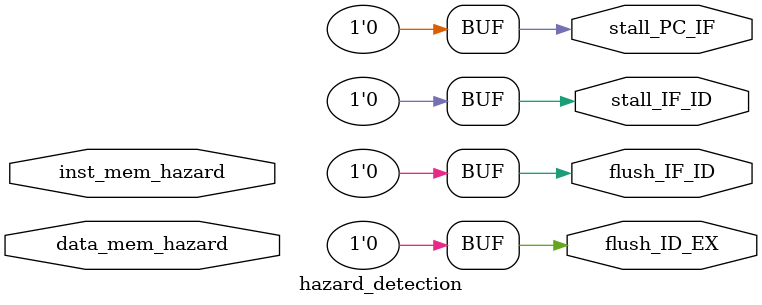
<source format=v>
module hazard_detection(
    // input
    input inst_mem_hazard,
    input data_mem_hazard,
    // output
    output wire stall_PC_IF,
    output wire stall_IF_ID,
    output wire flush_IF_ID,
    output wire flush_ID_EX
);
assign stall_PC_IF = 0;
assign stall_IF_ID = 0;
assign flush_IF_ID = 0;
assign flush_ID_EX = 0;
// always @(*) begin
//     stall_PC_IF = 0;
//     stall_IF_ID = 0;
//     flush_IF_ID = 0;
//     flush_ID_EX = 0;
// end
endmodule
</source>
